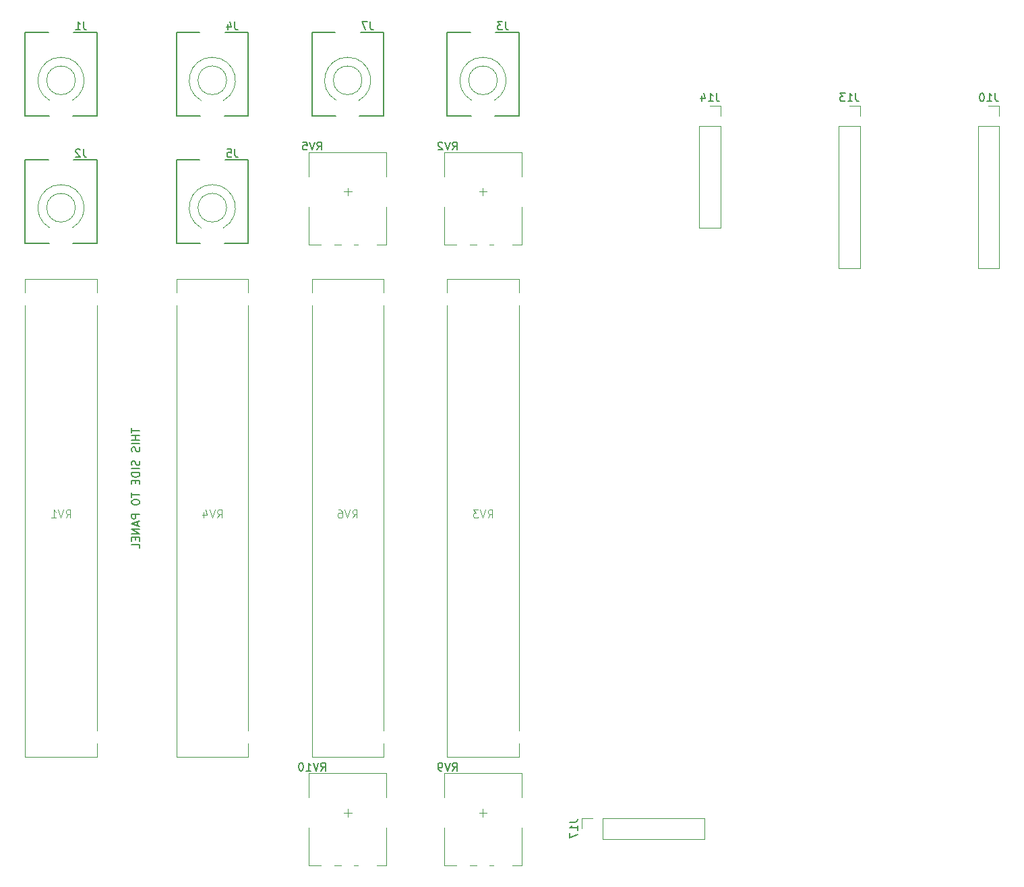
<source format=gbo>
%TF.GenerationSoftware,KiCad,Pcbnew,8.0.8*%
%TF.CreationDate,2025-02-16T22:07:09+00:00*%
%TF.ProjectId,bcm-mixer,62636d2d-6d69-4786-9572-2e6b69636164,rev02*%
%TF.SameCoordinates,Original*%
%TF.FileFunction,Legend,Bot*%
%TF.FilePolarity,Positive*%
%FSLAX46Y46*%
G04 Gerber Fmt 4.6, Leading zero omitted, Abs format (unit mm)*
G04 Created by KiCad (PCBNEW 8.0.8) date 2025-02-16 22:07:09*
%MOMM*%
%LPD*%
G01*
G04 APERTURE LIST*
%ADD10C,0.150000*%
%ADD11C,0.100000*%
%ADD12C,0.200000*%
%ADD13C,0.120000*%
G04 APERTURE END LIST*
D10*
X49869819Y-103693922D02*
X49869819Y-104265350D01*
X50869819Y-103979636D02*
X49869819Y-103979636D01*
X50869819Y-104598684D02*
X49869819Y-104598684D01*
X50346009Y-104598684D02*
X50346009Y-105170112D01*
X50869819Y-105170112D02*
X49869819Y-105170112D01*
X50869819Y-105646303D02*
X49869819Y-105646303D01*
X50822200Y-106074874D02*
X50869819Y-106217731D01*
X50869819Y-106217731D02*
X50869819Y-106455826D01*
X50869819Y-106455826D02*
X50822200Y-106551064D01*
X50822200Y-106551064D02*
X50774580Y-106598683D01*
X50774580Y-106598683D02*
X50679342Y-106646302D01*
X50679342Y-106646302D02*
X50584104Y-106646302D01*
X50584104Y-106646302D02*
X50488866Y-106598683D01*
X50488866Y-106598683D02*
X50441247Y-106551064D01*
X50441247Y-106551064D02*
X50393628Y-106455826D01*
X50393628Y-106455826D02*
X50346009Y-106265350D01*
X50346009Y-106265350D02*
X50298390Y-106170112D01*
X50298390Y-106170112D02*
X50250771Y-106122493D01*
X50250771Y-106122493D02*
X50155533Y-106074874D01*
X50155533Y-106074874D02*
X50060295Y-106074874D01*
X50060295Y-106074874D02*
X49965057Y-106122493D01*
X49965057Y-106122493D02*
X49917438Y-106170112D01*
X49917438Y-106170112D02*
X49869819Y-106265350D01*
X49869819Y-106265350D02*
X49869819Y-106503445D01*
X49869819Y-106503445D02*
X49917438Y-106646302D01*
X50822200Y-107789160D02*
X50869819Y-107932017D01*
X50869819Y-107932017D02*
X50869819Y-108170112D01*
X50869819Y-108170112D02*
X50822200Y-108265350D01*
X50822200Y-108265350D02*
X50774580Y-108312969D01*
X50774580Y-108312969D02*
X50679342Y-108360588D01*
X50679342Y-108360588D02*
X50584104Y-108360588D01*
X50584104Y-108360588D02*
X50488866Y-108312969D01*
X50488866Y-108312969D02*
X50441247Y-108265350D01*
X50441247Y-108265350D02*
X50393628Y-108170112D01*
X50393628Y-108170112D02*
X50346009Y-107979636D01*
X50346009Y-107979636D02*
X50298390Y-107884398D01*
X50298390Y-107884398D02*
X50250771Y-107836779D01*
X50250771Y-107836779D02*
X50155533Y-107789160D01*
X50155533Y-107789160D02*
X50060295Y-107789160D01*
X50060295Y-107789160D02*
X49965057Y-107836779D01*
X49965057Y-107836779D02*
X49917438Y-107884398D01*
X49917438Y-107884398D02*
X49869819Y-107979636D01*
X49869819Y-107979636D02*
X49869819Y-108217731D01*
X49869819Y-108217731D02*
X49917438Y-108360588D01*
X50869819Y-108789160D02*
X49869819Y-108789160D01*
X50869819Y-109265350D02*
X49869819Y-109265350D01*
X49869819Y-109265350D02*
X49869819Y-109503445D01*
X49869819Y-109503445D02*
X49917438Y-109646302D01*
X49917438Y-109646302D02*
X50012676Y-109741540D01*
X50012676Y-109741540D02*
X50107914Y-109789159D01*
X50107914Y-109789159D02*
X50298390Y-109836778D01*
X50298390Y-109836778D02*
X50441247Y-109836778D01*
X50441247Y-109836778D02*
X50631723Y-109789159D01*
X50631723Y-109789159D02*
X50726961Y-109741540D01*
X50726961Y-109741540D02*
X50822200Y-109646302D01*
X50822200Y-109646302D02*
X50869819Y-109503445D01*
X50869819Y-109503445D02*
X50869819Y-109265350D01*
X50346009Y-110265350D02*
X50346009Y-110598683D01*
X50869819Y-110741540D02*
X50869819Y-110265350D01*
X50869819Y-110265350D02*
X49869819Y-110265350D01*
X49869819Y-110265350D02*
X49869819Y-110741540D01*
X49869819Y-111789160D02*
X49869819Y-112360588D01*
X50869819Y-112074874D02*
X49869819Y-112074874D01*
X49869819Y-112884398D02*
X49869819Y-113074874D01*
X49869819Y-113074874D02*
X49917438Y-113170112D01*
X49917438Y-113170112D02*
X50012676Y-113265350D01*
X50012676Y-113265350D02*
X50203152Y-113312969D01*
X50203152Y-113312969D02*
X50536485Y-113312969D01*
X50536485Y-113312969D02*
X50726961Y-113265350D01*
X50726961Y-113265350D02*
X50822200Y-113170112D01*
X50822200Y-113170112D02*
X50869819Y-113074874D01*
X50869819Y-113074874D02*
X50869819Y-112884398D01*
X50869819Y-112884398D02*
X50822200Y-112789160D01*
X50822200Y-112789160D02*
X50726961Y-112693922D01*
X50726961Y-112693922D02*
X50536485Y-112646303D01*
X50536485Y-112646303D02*
X50203152Y-112646303D01*
X50203152Y-112646303D02*
X50012676Y-112693922D01*
X50012676Y-112693922D02*
X49917438Y-112789160D01*
X49917438Y-112789160D02*
X49869819Y-112884398D01*
X50869819Y-114503446D02*
X49869819Y-114503446D01*
X49869819Y-114503446D02*
X49869819Y-114884398D01*
X49869819Y-114884398D02*
X49917438Y-114979636D01*
X49917438Y-114979636D02*
X49965057Y-115027255D01*
X49965057Y-115027255D02*
X50060295Y-115074874D01*
X50060295Y-115074874D02*
X50203152Y-115074874D01*
X50203152Y-115074874D02*
X50298390Y-115027255D01*
X50298390Y-115027255D02*
X50346009Y-114979636D01*
X50346009Y-114979636D02*
X50393628Y-114884398D01*
X50393628Y-114884398D02*
X50393628Y-114503446D01*
X50584104Y-115455827D02*
X50584104Y-115932017D01*
X50869819Y-115360589D02*
X49869819Y-115693922D01*
X49869819Y-115693922D02*
X50869819Y-116027255D01*
X50869819Y-116360589D02*
X49869819Y-116360589D01*
X49869819Y-116360589D02*
X50869819Y-116932017D01*
X50869819Y-116932017D02*
X49869819Y-116932017D01*
X50346009Y-117408208D02*
X50346009Y-117741541D01*
X50869819Y-117884398D02*
X50869819Y-117408208D01*
X50869819Y-117408208D02*
X49869819Y-117408208D01*
X49869819Y-117408208D02*
X49869819Y-117884398D01*
X50869819Y-118789160D02*
X50869819Y-118312970D01*
X50869819Y-118312970D02*
X49869819Y-118312970D01*
X43833333Y-68654819D02*
X43833333Y-69369104D01*
X43833333Y-69369104D02*
X43880952Y-69511961D01*
X43880952Y-69511961D02*
X43976190Y-69607200D01*
X43976190Y-69607200D02*
X44119047Y-69654819D01*
X44119047Y-69654819D02*
X44214285Y-69654819D01*
X43404761Y-68750057D02*
X43357142Y-68702438D01*
X43357142Y-68702438D02*
X43261904Y-68654819D01*
X43261904Y-68654819D02*
X43023809Y-68654819D01*
X43023809Y-68654819D02*
X42928571Y-68702438D01*
X42928571Y-68702438D02*
X42880952Y-68750057D01*
X42880952Y-68750057D02*
X42833333Y-68845295D01*
X42833333Y-68845295D02*
X42833333Y-68940533D01*
X42833333Y-68940533D02*
X42880952Y-69083390D01*
X42880952Y-69083390D02*
X43452380Y-69654819D01*
X43452380Y-69654819D02*
X42833333Y-69654819D01*
X62833333Y-68654819D02*
X62833333Y-69369104D01*
X62833333Y-69369104D02*
X62880952Y-69511961D01*
X62880952Y-69511961D02*
X62976190Y-69607200D01*
X62976190Y-69607200D02*
X63119047Y-69654819D01*
X63119047Y-69654819D02*
X63214285Y-69654819D01*
X61880952Y-68654819D02*
X62357142Y-68654819D01*
X62357142Y-68654819D02*
X62404761Y-69131009D01*
X62404761Y-69131009D02*
X62357142Y-69083390D01*
X62357142Y-69083390D02*
X62261904Y-69035771D01*
X62261904Y-69035771D02*
X62023809Y-69035771D01*
X62023809Y-69035771D02*
X61928571Y-69083390D01*
X61928571Y-69083390D02*
X61880952Y-69131009D01*
X61880952Y-69131009D02*
X61833333Y-69226247D01*
X61833333Y-69226247D02*
X61833333Y-69464342D01*
X61833333Y-69464342D02*
X61880952Y-69559580D01*
X61880952Y-69559580D02*
X61928571Y-69607200D01*
X61928571Y-69607200D02*
X62023809Y-69654819D01*
X62023809Y-69654819D02*
X62261904Y-69654819D01*
X62261904Y-69654819D02*
X62357142Y-69607200D01*
X62357142Y-69607200D02*
X62404761Y-69559580D01*
X79833333Y-52654819D02*
X79833333Y-53369104D01*
X79833333Y-53369104D02*
X79880952Y-53511961D01*
X79880952Y-53511961D02*
X79976190Y-53607200D01*
X79976190Y-53607200D02*
X80119047Y-53654819D01*
X80119047Y-53654819D02*
X80214285Y-53654819D01*
X79452380Y-52654819D02*
X78785714Y-52654819D01*
X78785714Y-52654819D02*
X79214285Y-53654819D01*
X62833333Y-52654819D02*
X62833333Y-53369104D01*
X62833333Y-53369104D02*
X62880952Y-53511961D01*
X62880952Y-53511961D02*
X62976190Y-53607200D01*
X62976190Y-53607200D02*
X63119047Y-53654819D01*
X63119047Y-53654819D02*
X63214285Y-53654819D01*
X61928571Y-52988152D02*
X61928571Y-53654819D01*
X62166666Y-52607200D02*
X62404761Y-53321485D01*
X62404761Y-53321485D02*
X61785714Y-53321485D01*
X43833333Y-52654819D02*
X43833333Y-53369104D01*
X43833333Y-53369104D02*
X43880952Y-53511961D01*
X43880952Y-53511961D02*
X43976190Y-53607200D01*
X43976190Y-53607200D02*
X44119047Y-53654819D01*
X44119047Y-53654819D02*
X44214285Y-53654819D01*
X42833333Y-53654819D02*
X43404761Y-53654819D01*
X43119047Y-53654819D02*
X43119047Y-52654819D01*
X43119047Y-52654819D02*
X43214285Y-52797676D01*
X43214285Y-52797676D02*
X43309523Y-52892914D01*
X43309523Y-52892914D02*
X43404761Y-52940533D01*
X96833333Y-52654819D02*
X96833333Y-53369104D01*
X96833333Y-53369104D02*
X96880952Y-53511961D01*
X96880952Y-53511961D02*
X96976190Y-53607200D01*
X96976190Y-53607200D02*
X97119047Y-53654819D01*
X97119047Y-53654819D02*
X97214285Y-53654819D01*
X96452380Y-52654819D02*
X95833333Y-52654819D01*
X95833333Y-52654819D02*
X96166666Y-53035771D01*
X96166666Y-53035771D02*
X96023809Y-53035771D01*
X96023809Y-53035771D02*
X95928571Y-53083390D01*
X95928571Y-53083390D02*
X95880952Y-53131009D01*
X95880952Y-53131009D02*
X95833333Y-53226247D01*
X95833333Y-53226247D02*
X95833333Y-53464342D01*
X95833333Y-53464342D02*
X95880952Y-53559580D01*
X95880952Y-53559580D02*
X95928571Y-53607200D01*
X95928571Y-53607200D02*
X96023809Y-53654819D01*
X96023809Y-53654819D02*
X96309523Y-53654819D01*
X96309523Y-53654819D02*
X96404761Y-53607200D01*
X96404761Y-53607200D02*
X96452380Y-53559580D01*
D11*
X94595238Y-114957419D02*
X94928571Y-114481228D01*
X95166666Y-114957419D02*
X95166666Y-113957419D01*
X95166666Y-113957419D02*
X94785714Y-113957419D01*
X94785714Y-113957419D02*
X94690476Y-114005038D01*
X94690476Y-114005038D02*
X94642857Y-114052657D01*
X94642857Y-114052657D02*
X94595238Y-114147895D01*
X94595238Y-114147895D02*
X94595238Y-114290752D01*
X94595238Y-114290752D02*
X94642857Y-114385990D01*
X94642857Y-114385990D02*
X94690476Y-114433609D01*
X94690476Y-114433609D02*
X94785714Y-114481228D01*
X94785714Y-114481228D02*
X95166666Y-114481228D01*
X94309523Y-113957419D02*
X93976190Y-114957419D01*
X93976190Y-114957419D02*
X93642857Y-113957419D01*
X93404761Y-113957419D02*
X92785714Y-113957419D01*
X92785714Y-113957419D02*
X93119047Y-114338371D01*
X93119047Y-114338371D02*
X92976190Y-114338371D01*
X92976190Y-114338371D02*
X92880952Y-114385990D01*
X92880952Y-114385990D02*
X92833333Y-114433609D01*
X92833333Y-114433609D02*
X92785714Y-114528847D01*
X92785714Y-114528847D02*
X92785714Y-114766942D01*
X92785714Y-114766942D02*
X92833333Y-114862180D01*
X92833333Y-114862180D02*
X92880952Y-114909800D01*
X92880952Y-114909800D02*
X92976190Y-114957419D01*
X92976190Y-114957419D02*
X93261904Y-114957419D01*
X93261904Y-114957419D02*
X93357142Y-114909800D01*
X93357142Y-114909800D02*
X93404761Y-114862180D01*
X77595238Y-114957419D02*
X77928571Y-114481228D01*
X78166666Y-114957419D02*
X78166666Y-113957419D01*
X78166666Y-113957419D02*
X77785714Y-113957419D01*
X77785714Y-113957419D02*
X77690476Y-114005038D01*
X77690476Y-114005038D02*
X77642857Y-114052657D01*
X77642857Y-114052657D02*
X77595238Y-114147895D01*
X77595238Y-114147895D02*
X77595238Y-114290752D01*
X77595238Y-114290752D02*
X77642857Y-114385990D01*
X77642857Y-114385990D02*
X77690476Y-114433609D01*
X77690476Y-114433609D02*
X77785714Y-114481228D01*
X77785714Y-114481228D02*
X78166666Y-114481228D01*
X77309523Y-113957419D02*
X76976190Y-114957419D01*
X76976190Y-114957419D02*
X76642857Y-113957419D01*
X75880952Y-113957419D02*
X76071428Y-113957419D01*
X76071428Y-113957419D02*
X76166666Y-114005038D01*
X76166666Y-114005038D02*
X76214285Y-114052657D01*
X76214285Y-114052657D02*
X76309523Y-114195514D01*
X76309523Y-114195514D02*
X76357142Y-114385990D01*
X76357142Y-114385990D02*
X76357142Y-114766942D01*
X76357142Y-114766942D02*
X76309523Y-114862180D01*
X76309523Y-114862180D02*
X76261904Y-114909800D01*
X76261904Y-114909800D02*
X76166666Y-114957419D01*
X76166666Y-114957419D02*
X75976190Y-114957419D01*
X75976190Y-114957419D02*
X75880952Y-114909800D01*
X75880952Y-114909800D02*
X75833333Y-114862180D01*
X75833333Y-114862180D02*
X75785714Y-114766942D01*
X75785714Y-114766942D02*
X75785714Y-114528847D01*
X75785714Y-114528847D02*
X75833333Y-114433609D01*
X75833333Y-114433609D02*
X75880952Y-114385990D01*
X75880952Y-114385990D02*
X75976190Y-114338371D01*
X75976190Y-114338371D02*
X76166666Y-114338371D01*
X76166666Y-114338371D02*
X76261904Y-114385990D01*
X76261904Y-114385990D02*
X76309523Y-114433609D01*
X76309523Y-114433609D02*
X76357142Y-114528847D01*
D10*
X90150238Y-146739819D02*
X90483571Y-146263628D01*
X90721666Y-146739819D02*
X90721666Y-145739819D01*
X90721666Y-145739819D02*
X90340714Y-145739819D01*
X90340714Y-145739819D02*
X90245476Y-145787438D01*
X90245476Y-145787438D02*
X90197857Y-145835057D01*
X90197857Y-145835057D02*
X90150238Y-145930295D01*
X90150238Y-145930295D02*
X90150238Y-146073152D01*
X90150238Y-146073152D02*
X90197857Y-146168390D01*
X90197857Y-146168390D02*
X90245476Y-146216009D01*
X90245476Y-146216009D02*
X90340714Y-146263628D01*
X90340714Y-146263628D02*
X90721666Y-146263628D01*
X89864523Y-145739819D02*
X89531190Y-146739819D01*
X89531190Y-146739819D02*
X89197857Y-145739819D01*
X88816904Y-146739819D02*
X88626428Y-146739819D01*
X88626428Y-146739819D02*
X88531190Y-146692200D01*
X88531190Y-146692200D02*
X88483571Y-146644580D01*
X88483571Y-146644580D02*
X88388333Y-146501723D01*
X88388333Y-146501723D02*
X88340714Y-146311247D01*
X88340714Y-146311247D02*
X88340714Y-145930295D01*
X88340714Y-145930295D02*
X88388333Y-145835057D01*
X88388333Y-145835057D02*
X88435952Y-145787438D01*
X88435952Y-145787438D02*
X88531190Y-145739819D01*
X88531190Y-145739819D02*
X88721666Y-145739819D01*
X88721666Y-145739819D02*
X88816904Y-145787438D01*
X88816904Y-145787438D02*
X88864523Y-145835057D01*
X88864523Y-145835057D02*
X88912142Y-145930295D01*
X88912142Y-145930295D02*
X88912142Y-146168390D01*
X88912142Y-146168390D02*
X88864523Y-146263628D01*
X88864523Y-146263628D02*
X88816904Y-146311247D01*
X88816904Y-146311247D02*
X88721666Y-146358866D01*
X88721666Y-146358866D02*
X88531190Y-146358866D01*
X88531190Y-146358866D02*
X88435952Y-146311247D01*
X88435952Y-146311247D02*
X88388333Y-146263628D01*
X88388333Y-146263628D02*
X88340714Y-146168390D01*
X158309523Y-61624819D02*
X158309523Y-62339104D01*
X158309523Y-62339104D02*
X158357142Y-62481961D01*
X158357142Y-62481961D02*
X158452380Y-62577200D01*
X158452380Y-62577200D02*
X158595237Y-62624819D01*
X158595237Y-62624819D02*
X158690475Y-62624819D01*
X157309523Y-62624819D02*
X157880951Y-62624819D01*
X157595237Y-62624819D02*
X157595237Y-61624819D01*
X157595237Y-61624819D02*
X157690475Y-61767676D01*
X157690475Y-61767676D02*
X157785713Y-61862914D01*
X157785713Y-61862914D02*
X157880951Y-61910533D01*
X156690475Y-61624819D02*
X156595237Y-61624819D01*
X156595237Y-61624819D02*
X156499999Y-61672438D01*
X156499999Y-61672438D02*
X156452380Y-61720057D01*
X156452380Y-61720057D02*
X156404761Y-61815295D01*
X156404761Y-61815295D02*
X156357142Y-62005771D01*
X156357142Y-62005771D02*
X156357142Y-62243866D01*
X156357142Y-62243866D02*
X156404761Y-62434342D01*
X156404761Y-62434342D02*
X156452380Y-62529580D01*
X156452380Y-62529580D02*
X156499999Y-62577200D01*
X156499999Y-62577200D02*
X156595237Y-62624819D01*
X156595237Y-62624819D02*
X156690475Y-62624819D01*
X156690475Y-62624819D02*
X156785713Y-62577200D01*
X156785713Y-62577200D02*
X156833332Y-62529580D01*
X156833332Y-62529580D02*
X156880951Y-62434342D01*
X156880951Y-62434342D02*
X156928570Y-62243866D01*
X156928570Y-62243866D02*
X156928570Y-62005771D01*
X156928570Y-62005771D02*
X156880951Y-61815295D01*
X156880951Y-61815295D02*
X156833332Y-61720057D01*
X156833332Y-61720057D02*
X156785713Y-61672438D01*
X156785713Y-61672438D02*
X156690475Y-61624819D01*
X73150238Y-68739819D02*
X73483571Y-68263628D01*
X73721666Y-68739819D02*
X73721666Y-67739819D01*
X73721666Y-67739819D02*
X73340714Y-67739819D01*
X73340714Y-67739819D02*
X73245476Y-67787438D01*
X73245476Y-67787438D02*
X73197857Y-67835057D01*
X73197857Y-67835057D02*
X73150238Y-67930295D01*
X73150238Y-67930295D02*
X73150238Y-68073152D01*
X73150238Y-68073152D02*
X73197857Y-68168390D01*
X73197857Y-68168390D02*
X73245476Y-68216009D01*
X73245476Y-68216009D02*
X73340714Y-68263628D01*
X73340714Y-68263628D02*
X73721666Y-68263628D01*
X72864523Y-67739819D02*
X72531190Y-68739819D01*
X72531190Y-68739819D02*
X72197857Y-67739819D01*
X71388333Y-67739819D02*
X71864523Y-67739819D01*
X71864523Y-67739819D02*
X71912142Y-68216009D01*
X71912142Y-68216009D02*
X71864523Y-68168390D01*
X71864523Y-68168390D02*
X71769285Y-68120771D01*
X71769285Y-68120771D02*
X71531190Y-68120771D01*
X71531190Y-68120771D02*
X71435952Y-68168390D01*
X71435952Y-68168390D02*
X71388333Y-68216009D01*
X71388333Y-68216009D02*
X71340714Y-68311247D01*
X71340714Y-68311247D02*
X71340714Y-68549342D01*
X71340714Y-68549342D02*
X71388333Y-68644580D01*
X71388333Y-68644580D02*
X71435952Y-68692200D01*
X71435952Y-68692200D02*
X71531190Y-68739819D01*
X71531190Y-68739819D02*
X71769285Y-68739819D01*
X71769285Y-68739819D02*
X71864523Y-68692200D01*
X71864523Y-68692200D02*
X71912142Y-68644580D01*
D11*
X41595238Y-114957419D02*
X41928571Y-114481228D01*
X42166666Y-114957419D02*
X42166666Y-113957419D01*
X42166666Y-113957419D02*
X41785714Y-113957419D01*
X41785714Y-113957419D02*
X41690476Y-114005038D01*
X41690476Y-114005038D02*
X41642857Y-114052657D01*
X41642857Y-114052657D02*
X41595238Y-114147895D01*
X41595238Y-114147895D02*
X41595238Y-114290752D01*
X41595238Y-114290752D02*
X41642857Y-114385990D01*
X41642857Y-114385990D02*
X41690476Y-114433609D01*
X41690476Y-114433609D02*
X41785714Y-114481228D01*
X41785714Y-114481228D02*
X42166666Y-114481228D01*
X41309523Y-113957419D02*
X40976190Y-114957419D01*
X40976190Y-114957419D02*
X40642857Y-113957419D01*
X39785714Y-114957419D02*
X40357142Y-114957419D01*
X40071428Y-114957419D02*
X40071428Y-113957419D01*
X40071428Y-113957419D02*
X40166666Y-114100276D01*
X40166666Y-114100276D02*
X40261904Y-114195514D01*
X40261904Y-114195514D02*
X40357142Y-114243133D01*
D10*
X123309523Y-61624819D02*
X123309523Y-62339104D01*
X123309523Y-62339104D02*
X123357142Y-62481961D01*
X123357142Y-62481961D02*
X123452380Y-62577200D01*
X123452380Y-62577200D02*
X123595237Y-62624819D01*
X123595237Y-62624819D02*
X123690475Y-62624819D01*
X122309523Y-62624819D02*
X122880951Y-62624819D01*
X122595237Y-62624819D02*
X122595237Y-61624819D01*
X122595237Y-61624819D02*
X122690475Y-61767676D01*
X122690475Y-61767676D02*
X122785713Y-61862914D01*
X122785713Y-61862914D02*
X122880951Y-61910533D01*
X121452380Y-61958152D02*
X121452380Y-62624819D01*
X121690475Y-61577200D02*
X121928570Y-62291485D01*
X121928570Y-62291485D02*
X121309523Y-62291485D01*
X73626428Y-146739819D02*
X73959761Y-146263628D01*
X74197856Y-146739819D02*
X74197856Y-145739819D01*
X74197856Y-145739819D02*
X73816904Y-145739819D01*
X73816904Y-145739819D02*
X73721666Y-145787438D01*
X73721666Y-145787438D02*
X73674047Y-145835057D01*
X73674047Y-145835057D02*
X73626428Y-145930295D01*
X73626428Y-145930295D02*
X73626428Y-146073152D01*
X73626428Y-146073152D02*
X73674047Y-146168390D01*
X73674047Y-146168390D02*
X73721666Y-146216009D01*
X73721666Y-146216009D02*
X73816904Y-146263628D01*
X73816904Y-146263628D02*
X74197856Y-146263628D01*
X73340713Y-145739819D02*
X73007380Y-146739819D01*
X73007380Y-146739819D02*
X72674047Y-145739819D01*
X71816904Y-146739819D02*
X72388332Y-146739819D01*
X72102618Y-146739819D02*
X72102618Y-145739819D01*
X72102618Y-145739819D02*
X72197856Y-145882676D01*
X72197856Y-145882676D02*
X72293094Y-145977914D01*
X72293094Y-145977914D02*
X72388332Y-146025533D01*
X71197856Y-145739819D02*
X71102618Y-145739819D01*
X71102618Y-145739819D02*
X71007380Y-145787438D01*
X71007380Y-145787438D02*
X70959761Y-145835057D01*
X70959761Y-145835057D02*
X70912142Y-145930295D01*
X70912142Y-145930295D02*
X70864523Y-146120771D01*
X70864523Y-146120771D02*
X70864523Y-146358866D01*
X70864523Y-146358866D02*
X70912142Y-146549342D01*
X70912142Y-146549342D02*
X70959761Y-146644580D01*
X70959761Y-146644580D02*
X71007380Y-146692200D01*
X71007380Y-146692200D02*
X71102618Y-146739819D01*
X71102618Y-146739819D02*
X71197856Y-146739819D01*
X71197856Y-146739819D02*
X71293094Y-146692200D01*
X71293094Y-146692200D02*
X71340713Y-146644580D01*
X71340713Y-146644580D02*
X71388332Y-146549342D01*
X71388332Y-146549342D02*
X71435951Y-146358866D01*
X71435951Y-146358866D02*
X71435951Y-146120771D01*
X71435951Y-146120771D02*
X71388332Y-145930295D01*
X71388332Y-145930295D02*
X71340713Y-145835057D01*
X71340713Y-145835057D02*
X71293094Y-145787438D01*
X71293094Y-145787438D02*
X71197856Y-145739819D01*
X90150238Y-68739819D02*
X90483571Y-68263628D01*
X90721666Y-68739819D02*
X90721666Y-67739819D01*
X90721666Y-67739819D02*
X90340714Y-67739819D01*
X90340714Y-67739819D02*
X90245476Y-67787438D01*
X90245476Y-67787438D02*
X90197857Y-67835057D01*
X90197857Y-67835057D02*
X90150238Y-67930295D01*
X90150238Y-67930295D02*
X90150238Y-68073152D01*
X90150238Y-68073152D02*
X90197857Y-68168390D01*
X90197857Y-68168390D02*
X90245476Y-68216009D01*
X90245476Y-68216009D02*
X90340714Y-68263628D01*
X90340714Y-68263628D02*
X90721666Y-68263628D01*
X89864523Y-67739819D02*
X89531190Y-68739819D01*
X89531190Y-68739819D02*
X89197857Y-67739819D01*
X88912142Y-67835057D02*
X88864523Y-67787438D01*
X88864523Y-67787438D02*
X88769285Y-67739819D01*
X88769285Y-67739819D02*
X88531190Y-67739819D01*
X88531190Y-67739819D02*
X88435952Y-67787438D01*
X88435952Y-67787438D02*
X88388333Y-67835057D01*
X88388333Y-67835057D02*
X88340714Y-67930295D01*
X88340714Y-67930295D02*
X88340714Y-68025533D01*
X88340714Y-68025533D02*
X88388333Y-68168390D01*
X88388333Y-68168390D02*
X88959761Y-68739819D01*
X88959761Y-68739819D02*
X88340714Y-68739819D01*
D11*
X60595238Y-114957419D02*
X60928571Y-114481228D01*
X61166666Y-114957419D02*
X61166666Y-113957419D01*
X61166666Y-113957419D02*
X60785714Y-113957419D01*
X60785714Y-113957419D02*
X60690476Y-114005038D01*
X60690476Y-114005038D02*
X60642857Y-114052657D01*
X60642857Y-114052657D02*
X60595238Y-114147895D01*
X60595238Y-114147895D02*
X60595238Y-114290752D01*
X60595238Y-114290752D02*
X60642857Y-114385990D01*
X60642857Y-114385990D02*
X60690476Y-114433609D01*
X60690476Y-114433609D02*
X60785714Y-114481228D01*
X60785714Y-114481228D02*
X61166666Y-114481228D01*
X60309523Y-113957419D02*
X59976190Y-114957419D01*
X59976190Y-114957419D02*
X59642857Y-113957419D01*
X58880952Y-114290752D02*
X58880952Y-114957419D01*
X59119047Y-113909800D02*
X59357142Y-114624085D01*
X59357142Y-114624085D02*
X58738095Y-114624085D01*
D10*
X104874819Y-153190476D02*
X105589104Y-153190476D01*
X105589104Y-153190476D02*
X105731961Y-153142857D01*
X105731961Y-153142857D02*
X105827200Y-153047619D01*
X105827200Y-153047619D02*
X105874819Y-152904762D01*
X105874819Y-152904762D02*
X105874819Y-152809524D01*
X105874819Y-154190476D02*
X105874819Y-153619048D01*
X105874819Y-153904762D02*
X104874819Y-153904762D01*
X104874819Y-153904762D02*
X105017676Y-153809524D01*
X105017676Y-153809524D02*
X105112914Y-153714286D01*
X105112914Y-153714286D02*
X105160533Y-153619048D01*
X104874819Y-154523810D02*
X104874819Y-155190476D01*
X104874819Y-155190476D02*
X105874819Y-154761905D01*
X140809523Y-61624819D02*
X140809523Y-62339104D01*
X140809523Y-62339104D02*
X140857142Y-62481961D01*
X140857142Y-62481961D02*
X140952380Y-62577200D01*
X140952380Y-62577200D02*
X141095237Y-62624819D01*
X141095237Y-62624819D02*
X141190475Y-62624819D01*
X139809523Y-62624819D02*
X140380951Y-62624819D01*
X140095237Y-62624819D02*
X140095237Y-61624819D01*
X140095237Y-61624819D02*
X140190475Y-61767676D01*
X140190475Y-61767676D02*
X140285713Y-61862914D01*
X140285713Y-61862914D02*
X140380951Y-61910533D01*
X139476189Y-61624819D02*
X138857142Y-61624819D01*
X138857142Y-61624819D02*
X139190475Y-62005771D01*
X139190475Y-62005771D02*
X139047618Y-62005771D01*
X139047618Y-62005771D02*
X138952380Y-62053390D01*
X138952380Y-62053390D02*
X138904761Y-62101009D01*
X138904761Y-62101009D02*
X138857142Y-62196247D01*
X138857142Y-62196247D02*
X138857142Y-62434342D01*
X138857142Y-62434342D02*
X138904761Y-62529580D01*
X138904761Y-62529580D02*
X138952380Y-62577200D01*
X138952380Y-62577200D02*
X139047618Y-62624819D01*
X139047618Y-62624819D02*
X139333332Y-62624819D01*
X139333332Y-62624819D02*
X139428570Y-62577200D01*
X139428570Y-62577200D02*
X139476189Y-62529580D01*
D12*
%TO.C,J2*%
X42600000Y-70000000D02*
X45500000Y-70000000D01*
X45500000Y-70000000D02*
X45500000Y-80500000D01*
X42500000Y-80500000D02*
X45500000Y-80500000D01*
X36500000Y-80500000D02*
X39500000Y-80500000D01*
X36500000Y-70000000D02*
X39400000Y-70000000D01*
X36500000Y-70000000D02*
X36500000Y-80500000D01*
D13*
X39603000Y-78539999D02*
G75*
G02*
X42397000Y-78539999I1397000J2539999D01*
G01*
X42800000Y-76000000D02*
G75*
G02*
X39200000Y-76000000I-1800000J0D01*
G01*
X39200000Y-76000000D02*
G75*
G02*
X42800000Y-76000000I1800000J0D01*
G01*
D12*
%TO.C,J5*%
X61600000Y-70000000D02*
X64500000Y-70000000D01*
X64500000Y-70000000D02*
X64500000Y-80500000D01*
X61500000Y-80500000D02*
X64500000Y-80500000D01*
X55500000Y-80500000D02*
X58500000Y-80500000D01*
X55500000Y-70000000D02*
X58400000Y-70000000D01*
X55500000Y-70000000D02*
X55500000Y-80500000D01*
D13*
X58603000Y-78539999D02*
G75*
G02*
X61397000Y-78539999I1397000J2539999D01*
G01*
X61800000Y-76000000D02*
G75*
G02*
X58200000Y-76000000I-1800000J0D01*
G01*
X58200000Y-76000000D02*
G75*
G02*
X61800000Y-76000000I1800000J0D01*
G01*
D12*
%TO.C,J7*%
X78600000Y-54000000D02*
X81500000Y-54000000D01*
X81500000Y-54000000D02*
X81500000Y-64500000D01*
X78500000Y-64500000D02*
X81500000Y-64500000D01*
X72500000Y-64500000D02*
X75500000Y-64500000D01*
X72500000Y-54000000D02*
X75400000Y-54000000D01*
X72500000Y-54000000D02*
X72500000Y-64500000D01*
D13*
X75603000Y-62539999D02*
G75*
G02*
X78397000Y-62539999I1397000J2539999D01*
G01*
X78800000Y-60000000D02*
G75*
G02*
X75200000Y-60000000I-1800000J0D01*
G01*
X75200000Y-60000000D02*
G75*
G02*
X78800000Y-60000000I1800000J0D01*
G01*
D12*
%TO.C,J4*%
X61600000Y-54000000D02*
X64500000Y-54000000D01*
X64500000Y-54000000D02*
X64500000Y-64500000D01*
X61500000Y-64500000D02*
X64500000Y-64500000D01*
X55500000Y-64500000D02*
X58500000Y-64500000D01*
X55500000Y-54000000D02*
X58400000Y-54000000D01*
X55500000Y-54000000D02*
X55500000Y-64500000D01*
D13*
X58603000Y-62539999D02*
G75*
G02*
X61397000Y-62539999I1397000J2539999D01*
G01*
X61800000Y-60000000D02*
G75*
G02*
X58200000Y-60000000I-1800000J0D01*
G01*
X58200000Y-60000000D02*
G75*
G02*
X61800000Y-60000000I1800000J0D01*
G01*
D12*
%TO.C,J1*%
X42600000Y-54000000D02*
X45500000Y-54000000D01*
X45500000Y-54000000D02*
X45500000Y-64500000D01*
X42500000Y-64500000D02*
X45500000Y-64500000D01*
X36500000Y-64500000D02*
X39500000Y-64500000D01*
X36500000Y-54000000D02*
X39400000Y-54000000D01*
X36500000Y-54000000D02*
X36500000Y-64500000D01*
D13*
X39603000Y-62539999D02*
G75*
G02*
X42397000Y-62539999I1397000J2539999D01*
G01*
X42800000Y-60000000D02*
G75*
G02*
X39200000Y-60000000I-1800000J0D01*
G01*
X39200000Y-60000000D02*
G75*
G02*
X42800000Y-60000000I1800000J0D01*
G01*
D12*
%TO.C,J3*%
X95600000Y-54000000D02*
X98500000Y-54000000D01*
X98500000Y-54000000D02*
X98500000Y-64500000D01*
X95500000Y-64500000D02*
X98500000Y-64500000D01*
X89500000Y-64500000D02*
X92500000Y-64500000D01*
X89500000Y-54000000D02*
X92400000Y-54000000D01*
X89500000Y-54000000D02*
X89500000Y-64500000D01*
D13*
X92603000Y-62539999D02*
G75*
G02*
X95397000Y-62539999I1397000J2539999D01*
G01*
X95800000Y-60000000D02*
G75*
G02*
X92200000Y-60000000I-1800000J0D01*
G01*
X92200000Y-60000000D02*
G75*
G02*
X95800000Y-60000000I1800000J0D01*
G01*
D11*
%TO.C,RV3*%
X89500000Y-85000000D02*
X98500000Y-85000000D01*
X89500000Y-86700000D02*
X89500000Y-85000000D01*
X89500000Y-145000000D02*
X89500000Y-88300000D01*
X98500000Y-86700000D02*
X98500000Y-85000000D01*
X98500000Y-88300000D02*
X98500000Y-141700000D01*
X98500000Y-145000000D02*
X89500000Y-145000000D01*
X98500000Y-145000000D02*
X98500000Y-143300000D01*
%TO.C,RV6*%
X72500000Y-85000000D02*
X81500000Y-85000000D01*
X72500000Y-86700000D02*
X72500000Y-85000000D01*
X72500000Y-145000000D02*
X72500000Y-88300000D01*
X81500000Y-86700000D02*
X81500000Y-85000000D01*
X81500000Y-88300000D02*
X81500000Y-141700000D01*
X81500000Y-145000000D02*
X72500000Y-145000000D01*
X81500000Y-145000000D02*
X81500000Y-143300000D01*
D13*
%TO.C,RV9*%
X89130000Y-147030000D02*
X89130000Y-150090000D01*
X89130000Y-153900000D02*
X89130000Y-158620000D01*
X90620000Y-158620000D02*
X89130000Y-158620000D01*
X93170000Y-158620000D02*
X92340000Y-158620000D01*
X93500000Y-152000000D02*
X94500000Y-152000000D01*
X94000000Y-152500000D02*
X94000000Y-151500000D01*
X95320000Y-158620000D02*
X94790000Y-158620000D01*
X98870000Y-147030000D02*
X89130000Y-147030000D01*
X98870000Y-147030000D02*
X98870000Y-150090000D01*
X98870000Y-158620000D02*
X97690000Y-158620000D01*
X98880000Y-153900000D02*
X98880000Y-158620000D01*
%TO.C,J10*%
X156170000Y-65770000D02*
X158830000Y-65770000D01*
X156170000Y-83610000D02*
X156170000Y-65770000D01*
X156170000Y-83610000D02*
X158830000Y-83610000D01*
X157500000Y-63170000D02*
X158830000Y-63170000D01*
X158830000Y-63170000D02*
X158830000Y-64500000D01*
X158830000Y-83610000D02*
X158830000Y-65770000D01*
%TO.C,RV5*%
X72130000Y-69030000D02*
X72130000Y-72090000D01*
X72130000Y-75900000D02*
X72130000Y-80620000D01*
X73620000Y-80620000D02*
X72130000Y-80620000D01*
X76170000Y-80620000D02*
X75340000Y-80620000D01*
X76500000Y-74000000D02*
X77500000Y-74000000D01*
X77000000Y-74500000D02*
X77000000Y-73500000D01*
X78320000Y-80620000D02*
X77790000Y-80620000D01*
X81870000Y-69030000D02*
X72130000Y-69030000D01*
X81870000Y-69030000D02*
X81870000Y-72090000D01*
X81870000Y-80620000D02*
X80690000Y-80620000D01*
X81880000Y-75900000D02*
X81880000Y-80620000D01*
D11*
%TO.C,RV1*%
X36500000Y-85000000D02*
X45500000Y-85000000D01*
X36500000Y-86700000D02*
X36500000Y-85000000D01*
X36500000Y-145000000D02*
X36500000Y-88300000D01*
X45500000Y-86700000D02*
X45500000Y-85000000D01*
X45500000Y-88300000D02*
X45500000Y-141700000D01*
X45500000Y-145000000D02*
X36500000Y-145000000D01*
X45500000Y-145000000D02*
X45500000Y-143300000D01*
D13*
%TO.C,J14*%
X121170000Y-65770000D02*
X123830000Y-65770000D01*
X121170000Y-78530000D02*
X121170000Y-65770000D01*
X121170000Y-78530000D02*
X123830000Y-78530000D01*
X122500000Y-63170000D02*
X123830000Y-63170000D01*
X123830000Y-63170000D02*
X123830000Y-64500000D01*
X123830000Y-78530000D02*
X123830000Y-65770000D01*
%TO.C,RV10*%
X72130000Y-147030000D02*
X72130000Y-150090000D01*
X72130000Y-153900000D02*
X72130000Y-158620000D01*
X73620000Y-158620000D02*
X72130000Y-158620000D01*
X76170000Y-158620000D02*
X75340000Y-158620000D01*
X76500000Y-152000000D02*
X77500000Y-152000000D01*
X77000000Y-152500000D02*
X77000000Y-151500000D01*
X78320000Y-158620000D02*
X77790000Y-158620000D01*
X81870000Y-147030000D02*
X72130000Y-147030000D01*
X81870000Y-147030000D02*
X81870000Y-150090000D01*
X81870000Y-158620000D02*
X80690000Y-158620000D01*
X81880000Y-153900000D02*
X81880000Y-158620000D01*
%TO.C,RV2*%
X89130000Y-69030000D02*
X89130000Y-72090000D01*
X89130000Y-75900000D02*
X89130000Y-80620000D01*
X90620000Y-80620000D02*
X89130000Y-80620000D01*
X93170000Y-80620000D02*
X92340000Y-80620000D01*
X93500000Y-74000000D02*
X94500000Y-74000000D01*
X94000000Y-74500000D02*
X94000000Y-73500000D01*
X95320000Y-80620000D02*
X94790000Y-80620000D01*
X98870000Y-69030000D02*
X89130000Y-69030000D01*
X98870000Y-69030000D02*
X98870000Y-72090000D01*
X98870000Y-80620000D02*
X97690000Y-80620000D01*
X98880000Y-75900000D02*
X98880000Y-80620000D01*
D11*
%TO.C,RV4*%
X55500000Y-85000000D02*
X64500000Y-85000000D01*
X55500000Y-86700000D02*
X55500000Y-85000000D01*
X55500000Y-145000000D02*
X55500000Y-88300000D01*
X64500000Y-86700000D02*
X64500000Y-85000000D01*
X64500000Y-88300000D02*
X64500000Y-141700000D01*
X64500000Y-145000000D02*
X55500000Y-145000000D01*
X64500000Y-145000000D02*
X64500000Y-143300000D01*
D13*
%TO.C,J17*%
X106420000Y-152670000D02*
X107750000Y-152670000D01*
X106420000Y-154000000D02*
X106420000Y-152670000D01*
X109020000Y-155330000D02*
X109020000Y-152670000D01*
X121780000Y-152670000D02*
X109020000Y-152670000D01*
X121780000Y-155330000D02*
X109020000Y-155330000D01*
X121780000Y-155330000D02*
X121780000Y-152670000D01*
%TO.C,J13*%
X138670000Y-65770000D02*
X141330000Y-65770000D01*
X138670000Y-83610000D02*
X138670000Y-65770000D01*
X138670000Y-83610000D02*
X141330000Y-83610000D01*
X140000000Y-63170000D02*
X141330000Y-63170000D01*
X141330000Y-63170000D02*
X141330000Y-64500000D01*
X141330000Y-83610000D02*
X141330000Y-65770000D01*
%TD*%
M02*

</source>
